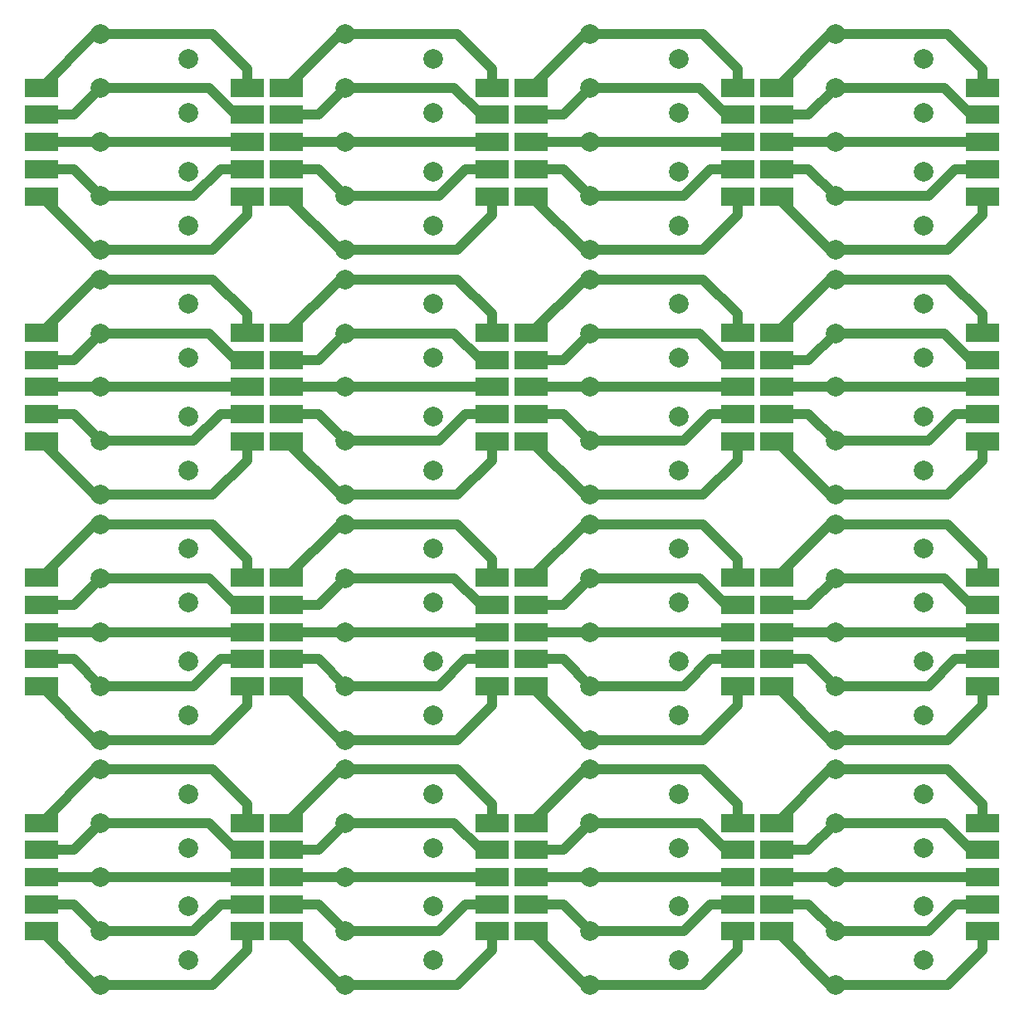
<source format=gtl>
G04 #@! TF.GenerationSoftware,KiCad,Pcbnew,(5.1.5)-3*
G04 #@! TF.CreationDate,2021-04-28T18:54:50+09:00*
G04 #@! TF.ProjectId,DSub9TestPoint.kicad_pcb(4x4),44537562-3954-4657-9374-506f696e742e,rev?*
G04 #@! TF.SameCoordinates,Original*
G04 #@! TF.FileFunction,Copper,L1,Top*
G04 #@! TF.FilePolarity,Positive*
%FSLAX46Y46*%
G04 Gerber Fmt 4.6, Leading zero omitted, Abs format (unit mm)*
G04 Created by KiCad (PCBNEW (5.1.5)-3) date 2021-04-28 18:54:50*
%MOMM*%
%LPD*%
G04 APERTURE LIST*
%ADD10C,2.000000*%
%ADD11R,3.480000X1.846667*%
%ADD12C,1.000000*%
G04 APERTURE END LIST*
D10*
X133000000Y-101500000D03*
X142000000Y-146000000D03*
X142000000Y-115500000D03*
X133000000Y-137500000D03*
X142000000Y-109500000D03*
X142000000Y-134500000D03*
X133000000Y-148500000D03*
X133000000Y-143000000D03*
X133000000Y-107000000D03*
X133000000Y-126500000D03*
X142000000Y-121000000D03*
X108000000Y-73500000D03*
D11*
X123000000Y-56960000D03*
X123000000Y-59730000D03*
X123000000Y-62500000D03*
X123000000Y-65270000D03*
X123000000Y-68040000D03*
X102000000Y-56960000D03*
X102000000Y-59730000D03*
X102000000Y-62500000D03*
X102000000Y-65270000D03*
X102000000Y-68040000D03*
D10*
X117000000Y-65500000D03*
X117000000Y-71000000D03*
X108000000Y-51500000D03*
X108000000Y-57000000D03*
X108000000Y-62500000D03*
X108000000Y-68000000D03*
X117000000Y-84500000D03*
X117000000Y-54000000D03*
X117000000Y-59500000D03*
X108000000Y-76500000D03*
X108000000Y-93000000D03*
D11*
X123000000Y-81960000D03*
X123000000Y-84730000D03*
X123000000Y-87500000D03*
X123000000Y-90270000D03*
X123000000Y-93040000D03*
X102000000Y-106960000D03*
X102000000Y-109730000D03*
X102000000Y-112500000D03*
X102000000Y-115270000D03*
X102000000Y-118040000D03*
D10*
X117000000Y-79000000D03*
D11*
X102000000Y-81960000D03*
X102000000Y-84730000D03*
X102000000Y-87500000D03*
X102000000Y-90270000D03*
X102000000Y-93040000D03*
D10*
X108000000Y-112500000D03*
X108000000Y-118000000D03*
X117000000Y-96000000D03*
X108000000Y-82000000D03*
X108000000Y-87500000D03*
X117000000Y-90500000D03*
X108000000Y-98500000D03*
X108000000Y-123500000D03*
D11*
X123000000Y-106960000D03*
X123000000Y-109730000D03*
X123000000Y-112500000D03*
X123000000Y-115270000D03*
X123000000Y-118040000D03*
X123000000Y-131960000D03*
X123000000Y-134730000D03*
X123000000Y-137500000D03*
X123000000Y-140270000D03*
X123000000Y-143040000D03*
D10*
X117000000Y-140500000D03*
X108000000Y-132000000D03*
D11*
X102000000Y-131960000D03*
X102000000Y-134730000D03*
X102000000Y-137500000D03*
X102000000Y-140270000D03*
X102000000Y-143040000D03*
D10*
X117000000Y-104000000D03*
X117000000Y-129000000D03*
X108000000Y-126500000D03*
X117000000Y-121000000D03*
X108000000Y-107000000D03*
X117000000Y-134500000D03*
X117000000Y-146000000D03*
X108000000Y-137500000D03*
X108000000Y-143000000D03*
X108000000Y-148500000D03*
X117000000Y-109500000D03*
X108000000Y-101500000D03*
X117000000Y-115500000D03*
X142000000Y-71000000D03*
X142000000Y-59500000D03*
X133000000Y-51500000D03*
D11*
X148000000Y-93040000D03*
X148000000Y-90270000D03*
X148000000Y-87500000D03*
X148000000Y-84730000D03*
X148000000Y-81960000D03*
D10*
X133000000Y-93000000D03*
X142000000Y-54000000D03*
X142000000Y-84500000D03*
D11*
X148000000Y-68040000D03*
X148000000Y-65270000D03*
X148000000Y-62500000D03*
X148000000Y-59730000D03*
X148000000Y-56960000D03*
D10*
X133000000Y-68000000D03*
X133000000Y-76500000D03*
X133000000Y-73500000D03*
D11*
X127000000Y-68040000D03*
X127000000Y-65270000D03*
X127000000Y-62500000D03*
X127000000Y-59730000D03*
X127000000Y-56960000D03*
D10*
X133000000Y-57000000D03*
X133000000Y-62500000D03*
X142000000Y-65500000D03*
X133000000Y-112500000D03*
X133000000Y-82000000D03*
D11*
X148000000Y-118040000D03*
X148000000Y-115270000D03*
X148000000Y-112500000D03*
X148000000Y-109730000D03*
X148000000Y-106960000D03*
D10*
X133000000Y-118000000D03*
X133000000Y-87500000D03*
D11*
X127000000Y-143040000D03*
X127000000Y-140270000D03*
X127000000Y-137500000D03*
X127000000Y-134730000D03*
X127000000Y-131960000D03*
D10*
X142000000Y-90500000D03*
X142000000Y-140500000D03*
X142000000Y-96000000D03*
X133000000Y-98500000D03*
X133000000Y-123500000D03*
X142000000Y-129000000D03*
D11*
X127000000Y-118040000D03*
X127000000Y-115270000D03*
X127000000Y-112500000D03*
X127000000Y-109730000D03*
X127000000Y-106960000D03*
D10*
X142000000Y-104000000D03*
X142000000Y-79000000D03*
X133000000Y-132000000D03*
D11*
X148000000Y-143040000D03*
X148000000Y-140270000D03*
X148000000Y-137500000D03*
X148000000Y-134730000D03*
X148000000Y-131960000D03*
X127000000Y-93040000D03*
X127000000Y-90270000D03*
X127000000Y-87500000D03*
X127000000Y-84730000D03*
X127000000Y-81960000D03*
D10*
X83000000Y-73500000D03*
D11*
X98000000Y-56960000D03*
X98000000Y-59730000D03*
X98000000Y-62500000D03*
X98000000Y-65270000D03*
X98000000Y-68040000D03*
X77000000Y-56960000D03*
X77000000Y-59730000D03*
X77000000Y-62500000D03*
X77000000Y-65270000D03*
X77000000Y-68040000D03*
D10*
X92000000Y-65500000D03*
X92000000Y-71000000D03*
X83000000Y-51500000D03*
X83000000Y-57000000D03*
X83000000Y-62500000D03*
X83000000Y-68000000D03*
X92000000Y-84500000D03*
X92000000Y-54000000D03*
X92000000Y-59500000D03*
X83000000Y-76500000D03*
X83000000Y-93000000D03*
D11*
X98000000Y-81960000D03*
X98000000Y-84730000D03*
X98000000Y-87500000D03*
X98000000Y-90270000D03*
X98000000Y-93040000D03*
X77000000Y-106960000D03*
X77000000Y-109730000D03*
X77000000Y-112500000D03*
X77000000Y-115270000D03*
X77000000Y-118040000D03*
D10*
X92000000Y-79000000D03*
D11*
X77000000Y-81960000D03*
X77000000Y-84730000D03*
X77000000Y-87500000D03*
X77000000Y-90270000D03*
X77000000Y-93040000D03*
D10*
X83000000Y-112500000D03*
X83000000Y-118000000D03*
X92000000Y-96000000D03*
X83000000Y-82000000D03*
X83000000Y-87500000D03*
X92000000Y-90500000D03*
X83000000Y-98500000D03*
X83000000Y-123500000D03*
D11*
X98000000Y-106960000D03*
X98000000Y-109730000D03*
X98000000Y-112500000D03*
X98000000Y-115270000D03*
X98000000Y-118040000D03*
X98000000Y-131960000D03*
X98000000Y-134730000D03*
X98000000Y-137500000D03*
X98000000Y-140270000D03*
X98000000Y-143040000D03*
D10*
X92000000Y-140500000D03*
X83000000Y-132000000D03*
D11*
X77000000Y-131960000D03*
X77000000Y-134730000D03*
X77000000Y-137500000D03*
X77000000Y-140270000D03*
X77000000Y-143040000D03*
D10*
X92000000Y-104000000D03*
X92000000Y-129000000D03*
X83000000Y-126500000D03*
X92000000Y-121000000D03*
X83000000Y-107000000D03*
X92000000Y-134500000D03*
X92000000Y-146000000D03*
X83000000Y-137500000D03*
X83000000Y-143000000D03*
X83000000Y-148500000D03*
X92000000Y-109500000D03*
X83000000Y-101500000D03*
X92000000Y-115500000D03*
D11*
X52000000Y-68040000D03*
X52000000Y-65270000D03*
X52000000Y-62500000D03*
X52000000Y-59730000D03*
X52000000Y-56960000D03*
X73000000Y-68040000D03*
X73000000Y-65270000D03*
X73000000Y-62500000D03*
X73000000Y-59730000D03*
X73000000Y-56960000D03*
D10*
X58000000Y-73500000D03*
X58000000Y-68000000D03*
X58000000Y-62500000D03*
X58000000Y-57000000D03*
X58000000Y-51500000D03*
X67000000Y-71000000D03*
X67000000Y-65500000D03*
X67000000Y-59500000D03*
X67000000Y-54000000D03*
D11*
X52000000Y-93040000D03*
X52000000Y-90270000D03*
X52000000Y-87500000D03*
X52000000Y-84730000D03*
X52000000Y-81960000D03*
X73000000Y-93040000D03*
X73000000Y-90270000D03*
X73000000Y-87500000D03*
X73000000Y-84730000D03*
X73000000Y-81960000D03*
D10*
X58000000Y-98500000D03*
X58000000Y-93000000D03*
X58000000Y-87500000D03*
X58000000Y-82000000D03*
X58000000Y-76500000D03*
X67000000Y-96000000D03*
X67000000Y-90500000D03*
X67000000Y-84500000D03*
X67000000Y-79000000D03*
D11*
X52000000Y-118040000D03*
X52000000Y-115270000D03*
X52000000Y-112500000D03*
X52000000Y-109730000D03*
X52000000Y-106960000D03*
X73000000Y-118040000D03*
X73000000Y-115270000D03*
X73000000Y-112500000D03*
X73000000Y-109730000D03*
X73000000Y-106960000D03*
D10*
X58000000Y-123500000D03*
X58000000Y-118000000D03*
X58000000Y-112500000D03*
X58000000Y-107000000D03*
X58000000Y-101500000D03*
X67000000Y-121000000D03*
X67000000Y-115500000D03*
X67000000Y-109500000D03*
X67000000Y-104000000D03*
D11*
X52000000Y-143040000D03*
X52000000Y-140270000D03*
X52000000Y-137500000D03*
X52000000Y-134730000D03*
X52000000Y-131960000D03*
X73000000Y-143040000D03*
X73000000Y-140270000D03*
X73000000Y-137500000D03*
X73000000Y-134730000D03*
X73000000Y-131960000D03*
D10*
X58000000Y-148500000D03*
X58000000Y-143000000D03*
X58000000Y-137500000D03*
X58000000Y-132000000D03*
X58000000Y-126500000D03*
X67000000Y-146000000D03*
X67000000Y-140500000D03*
X67000000Y-134500000D03*
X67000000Y-129000000D03*
D12*
X69463333Y-73500000D02*
X59414213Y-73500000D01*
X73000000Y-69963333D02*
X69463333Y-73500000D01*
X59414213Y-73500000D02*
X58000000Y-73500000D01*
X73000000Y-68040000D02*
X73000000Y-69963333D01*
X57460000Y-73500000D02*
X52000000Y-68040000D01*
X58000000Y-73500000D02*
X57460000Y-73500000D01*
X69463333Y-98500000D02*
X59414213Y-98500000D01*
X73000000Y-94963333D02*
X69463333Y-98500000D01*
X59414213Y-98500000D02*
X58000000Y-98500000D01*
X73000000Y-93040000D02*
X73000000Y-94963333D01*
X57460000Y-98500000D02*
X52000000Y-93040000D01*
X58000000Y-98500000D02*
X57460000Y-98500000D01*
X69463333Y-123500000D02*
X59414213Y-123500000D01*
X73000000Y-119963333D02*
X69463333Y-123500000D01*
X59414213Y-123500000D02*
X58000000Y-123500000D01*
X73000000Y-118040000D02*
X73000000Y-119963333D01*
X57460000Y-123500000D02*
X52000000Y-118040000D01*
X58000000Y-123500000D02*
X57460000Y-123500000D01*
X69463333Y-148500000D02*
X59414213Y-148500000D01*
X73000000Y-144963333D02*
X69463333Y-148500000D01*
X59414213Y-148500000D02*
X58000000Y-148500000D01*
X73000000Y-143040000D02*
X73000000Y-144963333D01*
X57460000Y-148500000D02*
X52000000Y-143040000D01*
X58000000Y-148500000D02*
X57460000Y-148500000D01*
X84414213Y-73500000D02*
X83000000Y-73500000D01*
X82460000Y-73500000D02*
X77000000Y-68040000D01*
X83000000Y-73500000D02*
X82460000Y-73500000D01*
X98000000Y-68040000D02*
X98000000Y-69963333D01*
X94463333Y-73500000D02*
X84414213Y-73500000D01*
X98000000Y-69963333D02*
X94463333Y-73500000D01*
X84414213Y-98500000D02*
X83000000Y-98500000D01*
X98000000Y-94963333D02*
X94463333Y-98500000D01*
X98000000Y-93040000D02*
X98000000Y-94963333D01*
X83000000Y-98500000D02*
X82460000Y-98500000D01*
X82460000Y-98500000D02*
X77000000Y-93040000D01*
X94463333Y-98500000D02*
X84414213Y-98500000D01*
X98000000Y-119963333D02*
X94463333Y-123500000D01*
X94463333Y-123500000D02*
X84414213Y-123500000D01*
X83000000Y-148500000D02*
X82460000Y-148500000D01*
X84414213Y-123500000D02*
X83000000Y-123500000D01*
X98000000Y-118040000D02*
X98000000Y-119963333D01*
X82460000Y-123500000D02*
X77000000Y-118040000D01*
X83000000Y-123500000D02*
X82460000Y-123500000D01*
X98000000Y-143040000D02*
X98000000Y-144963333D01*
X94463333Y-148500000D02*
X84414213Y-148500000D01*
X84414213Y-148500000D02*
X83000000Y-148500000D01*
X82460000Y-148500000D02*
X77000000Y-143040000D01*
X98000000Y-144963333D02*
X94463333Y-148500000D01*
X109414213Y-73500000D02*
X108000000Y-73500000D01*
X107460000Y-73500000D02*
X102000000Y-68040000D01*
X108000000Y-73500000D02*
X107460000Y-73500000D01*
X123000000Y-68040000D02*
X123000000Y-69963333D01*
X119463333Y-73500000D02*
X109414213Y-73500000D01*
X123000000Y-69963333D02*
X119463333Y-73500000D01*
X109414213Y-98500000D02*
X108000000Y-98500000D01*
X123000000Y-94963333D02*
X119463333Y-98500000D01*
X123000000Y-93040000D02*
X123000000Y-94963333D01*
X108000000Y-98500000D02*
X107460000Y-98500000D01*
X107460000Y-98500000D02*
X102000000Y-93040000D01*
X119463333Y-98500000D02*
X109414213Y-98500000D01*
X123000000Y-119963333D02*
X119463333Y-123500000D01*
X119463333Y-123500000D02*
X109414213Y-123500000D01*
X108000000Y-148500000D02*
X107460000Y-148500000D01*
X109414213Y-123500000D02*
X108000000Y-123500000D01*
X123000000Y-118040000D02*
X123000000Y-119963333D01*
X107460000Y-123500000D02*
X102000000Y-118040000D01*
X108000000Y-123500000D02*
X107460000Y-123500000D01*
X123000000Y-143040000D02*
X123000000Y-144963333D01*
X119463333Y-148500000D02*
X109414213Y-148500000D01*
X109414213Y-148500000D02*
X108000000Y-148500000D01*
X107460000Y-148500000D02*
X102000000Y-143040000D01*
X123000000Y-144963333D02*
X119463333Y-148500000D01*
X133000000Y-73500000D02*
X132460000Y-73500000D01*
X134414213Y-73500000D02*
X133000000Y-73500000D01*
X132460000Y-73500000D02*
X127000000Y-68040000D01*
X148000000Y-143040000D02*
X148000000Y-144963333D01*
X133000000Y-148500000D02*
X132460000Y-148500000D01*
X148000000Y-118040000D02*
X148000000Y-119963333D01*
X133000000Y-123500000D02*
X132460000Y-123500000D01*
X132460000Y-123500000D02*
X127000000Y-118040000D01*
X134414213Y-123500000D02*
X133000000Y-123500000D01*
X148000000Y-119963333D02*
X144463333Y-123500000D01*
X144463333Y-123500000D02*
X134414213Y-123500000D01*
X148000000Y-144963333D02*
X144463333Y-148500000D01*
X134414213Y-148500000D02*
X133000000Y-148500000D01*
X132460000Y-148500000D02*
X127000000Y-143040000D01*
X144463333Y-148500000D02*
X134414213Y-148500000D01*
X144463333Y-73500000D02*
X134414213Y-73500000D01*
X148000000Y-94963333D02*
X144463333Y-98500000D01*
X148000000Y-93040000D02*
X148000000Y-94963333D01*
X133000000Y-98500000D02*
X132460000Y-98500000D01*
X144463333Y-98500000D02*
X134414213Y-98500000D01*
X148000000Y-68040000D02*
X148000000Y-69963333D01*
X132460000Y-98500000D02*
X127000000Y-93040000D01*
X148000000Y-69963333D02*
X144463333Y-73500000D01*
X134414213Y-98500000D02*
X133000000Y-98500000D01*
X59414213Y-68000000D02*
X58000000Y-68000000D01*
X67530000Y-68000000D02*
X59414213Y-68000000D01*
X70260000Y-65270000D02*
X67530000Y-68000000D01*
X73000000Y-65270000D02*
X70260000Y-65270000D01*
X55270000Y-65270000D02*
X58000000Y-68000000D01*
X52000000Y-65270000D02*
X55270000Y-65270000D01*
X59414213Y-93000000D02*
X58000000Y-93000000D01*
X67530000Y-93000000D02*
X59414213Y-93000000D01*
X70260000Y-90270000D02*
X67530000Y-93000000D01*
X73000000Y-90270000D02*
X70260000Y-90270000D01*
X55270000Y-90270000D02*
X58000000Y-93000000D01*
X52000000Y-90270000D02*
X55270000Y-90270000D01*
X59414213Y-118000000D02*
X58000000Y-118000000D01*
X67530000Y-118000000D02*
X59414213Y-118000000D01*
X70260000Y-115270000D02*
X67530000Y-118000000D01*
X73000000Y-115270000D02*
X70260000Y-115270000D01*
X55270000Y-115270000D02*
X58000000Y-118000000D01*
X52000000Y-115270000D02*
X55270000Y-115270000D01*
X59414213Y-143000000D02*
X58000000Y-143000000D01*
X67530000Y-143000000D02*
X59414213Y-143000000D01*
X70260000Y-140270000D02*
X67530000Y-143000000D01*
X73000000Y-140270000D02*
X70260000Y-140270000D01*
X55270000Y-140270000D02*
X58000000Y-143000000D01*
X52000000Y-140270000D02*
X55270000Y-140270000D01*
X77000000Y-65270000D02*
X80270000Y-65270000D01*
X84414213Y-68000000D02*
X83000000Y-68000000D01*
X95260000Y-65270000D02*
X92530000Y-68000000D01*
X92530000Y-68000000D02*
X84414213Y-68000000D01*
X80270000Y-65270000D02*
X83000000Y-68000000D01*
X98000000Y-65270000D02*
X95260000Y-65270000D01*
X77000000Y-90270000D02*
X80270000Y-90270000D01*
X84414213Y-93000000D02*
X83000000Y-93000000D01*
X95260000Y-90270000D02*
X92530000Y-93000000D01*
X98000000Y-90270000D02*
X95260000Y-90270000D01*
X92530000Y-93000000D02*
X84414213Y-93000000D01*
X80270000Y-90270000D02*
X83000000Y-93000000D01*
X80270000Y-115270000D02*
X83000000Y-118000000D01*
X95260000Y-115270000D02*
X92530000Y-118000000D01*
X84414213Y-118000000D02*
X83000000Y-118000000D01*
X98000000Y-115270000D02*
X95260000Y-115270000D01*
X92530000Y-118000000D02*
X84414213Y-118000000D01*
X92530000Y-143000000D02*
X84414213Y-143000000D01*
X95260000Y-140270000D02*
X92530000Y-143000000D01*
X98000000Y-140270000D02*
X95260000Y-140270000D01*
X80270000Y-140270000D02*
X83000000Y-143000000D01*
X84414213Y-143000000D02*
X83000000Y-143000000D01*
X77000000Y-140270000D02*
X80270000Y-140270000D01*
X77000000Y-115270000D02*
X80270000Y-115270000D01*
X102000000Y-65270000D02*
X105270000Y-65270000D01*
X109414213Y-68000000D02*
X108000000Y-68000000D01*
X120260000Y-65270000D02*
X117530000Y-68000000D01*
X117530000Y-68000000D02*
X109414213Y-68000000D01*
X105270000Y-65270000D02*
X108000000Y-68000000D01*
X123000000Y-65270000D02*
X120260000Y-65270000D01*
X102000000Y-90270000D02*
X105270000Y-90270000D01*
X109414213Y-93000000D02*
X108000000Y-93000000D01*
X120260000Y-90270000D02*
X117530000Y-93000000D01*
X123000000Y-90270000D02*
X120260000Y-90270000D01*
X117530000Y-93000000D02*
X109414213Y-93000000D01*
X105270000Y-90270000D02*
X108000000Y-93000000D01*
X105270000Y-115270000D02*
X108000000Y-118000000D01*
X120260000Y-115270000D02*
X117530000Y-118000000D01*
X109414213Y-118000000D02*
X108000000Y-118000000D01*
X123000000Y-115270000D02*
X120260000Y-115270000D01*
X117530000Y-118000000D02*
X109414213Y-118000000D01*
X117530000Y-143000000D02*
X109414213Y-143000000D01*
X120260000Y-140270000D02*
X117530000Y-143000000D01*
X123000000Y-140270000D02*
X120260000Y-140270000D01*
X105270000Y-140270000D02*
X108000000Y-143000000D01*
X109414213Y-143000000D02*
X108000000Y-143000000D01*
X102000000Y-140270000D02*
X105270000Y-140270000D01*
X102000000Y-115270000D02*
X105270000Y-115270000D01*
X134414213Y-68000000D02*
X133000000Y-68000000D01*
X130270000Y-65270000D02*
X133000000Y-68000000D01*
X145260000Y-65270000D02*
X142530000Y-68000000D01*
X142530000Y-68000000D02*
X134414213Y-68000000D01*
X127000000Y-65270000D02*
X130270000Y-65270000D01*
X134414213Y-118000000D02*
X133000000Y-118000000D01*
X142530000Y-118000000D02*
X134414213Y-118000000D01*
X145260000Y-140270000D02*
X142530000Y-143000000D01*
X148000000Y-115270000D02*
X145260000Y-115270000D01*
X130270000Y-140270000D02*
X133000000Y-143000000D01*
X142530000Y-143000000D02*
X134414213Y-143000000D01*
X134414213Y-143000000D02*
X133000000Y-143000000D01*
X127000000Y-115270000D02*
X130270000Y-115270000D01*
X148000000Y-140270000D02*
X145260000Y-140270000D01*
X145260000Y-115270000D02*
X142530000Y-118000000D01*
X127000000Y-140270000D02*
X130270000Y-140270000D01*
X148000000Y-90270000D02*
X145260000Y-90270000D01*
X142530000Y-93000000D02*
X134414213Y-93000000D01*
X130270000Y-90270000D02*
X133000000Y-93000000D01*
X127000000Y-90270000D02*
X130270000Y-90270000D01*
X134414213Y-93000000D02*
X133000000Y-93000000D01*
X145260000Y-90270000D02*
X142530000Y-93000000D01*
X130270000Y-115270000D02*
X133000000Y-118000000D01*
X148000000Y-65270000D02*
X145260000Y-65270000D01*
X73000000Y-62500000D02*
X58000000Y-62500000D01*
X52000000Y-62500000D02*
X58000000Y-62500000D01*
X73000000Y-87500000D02*
X58000000Y-87500000D01*
X52000000Y-87500000D02*
X58000000Y-87500000D01*
X73000000Y-112500000D02*
X58000000Y-112500000D01*
X52000000Y-112500000D02*
X58000000Y-112500000D01*
X73000000Y-137500000D02*
X58000000Y-137500000D01*
X52000000Y-137500000D02*
X58000000Y-137500000D01*
X98000000Y-62500000D02*
X83000000Y-62500000D01*
X77000000Y-62500000D02*
X83000000Y-62500000D01*
X98000000Y-87500000D02*
X83000000Y-87500000D01*
X77000000Y-87500000D02*
X83000000Y-87500000D01*
X98000000Y-137500000D02*
X83000000Y-137500000D01*
X77000000Y-137500000D02*
X83000000Y-137500000D01*
X77000000Y-112500000D02*
X83000000Y-112500000D01*
X98000000Y-112500000D02*
X83000000Y-112500000D01*
X123000000Y-62500000D02*
X108000000Y-62500000D01*
X102000000Y-62500000D02*
X108000000Y-62500000D01*
X123000000Y-87500000D02*
X108000000Y-87500000D01*
X102000000Y-87500000D02*
X108000000Y-87500000D01*
X123000000Y-137500000D02*
X108000000Y-137500000D01*
X102000000Y-137500000D02*
X108000000Y-137500000D01*
X102000000Y-112500000D02*
X108000000Y-112500000D01*
X123000000Y-112500000D02*
X108000000Y-112500000D01*
X148000000Y-62500000D02*
X133000000Y-62500000D01*
X127000000Y-62500000D02*
X133000000Y-62500000D01*
X127000000Y-137500000D02*
X133000000Y-137500000D01*
X148000000Y-137500000D02*
X133000000Y-137500000D01*
X127000000Y-87500000D02*
X133000000Y-87500000D01*
X148000000Y-112500000D02*
X133000000Y-112500000D01*
X127000000Y-112500000D02*
X133000000Y-112500000D01*
X148000000Y-87500000D02*
X133000000Y-87500000D01*
X59414213Y-57000000D02*
X58000000Y-57000000D01*
X69116664Y-57000000D02*
X59414213Y-57000000D01*
X71846664Y-59730000D02*
X69116664Y-57000000D01*
X73000000Y-59730000D02*
X71846664Y-59730000D01*
X55270000Y-59730000D02*
X52000000Y-59730000D01*
X58000000Y-57000000D02*
X55270000Y-59730000D01*
X59414213Y-82000000D02*
X58000000Y-82000000D01*
X69116664Y-82000000D02*
X59414213Y-82000000D01*
X71846664Y-84730000D02*
X69116664Y-82000000D01*
X73000000Y-84730000D02*
X71846664Y-84730000D01*
X55270000Y-84730000D02*
X52000000Y-84730000D01*
X58000000Y-82000000D02*
X55270000Y-84730000D01*
X59414213Y-107000000D02*
X58000000Y-107000000D01*
X69116664Y-107000000D02*
X59414213Y-107000000D01*
X71846664Y-109730000D02*
X69116664Y-107000000D01*
X73000000Y-109730000D02*
X71846664Y-109730000D01*
X55270000Y-109730000D02*
X52000000Y-109730000D01*
X58000000Y-107000000D02*
X55270000Y-109730000D01*
X59414213Y-132000000D02*
X58000000Y-132000000D01*
X69116664Y-132000000D02*
X59414213Y-132000000D01*
X71846664Y-134730000D02*
X69116664Y-132000000D01*
X73000000Y-134730000D02*
X71846664Y-134730000D01*
X55270000Y-134730000D02*
X52000000Y-134730000D01*
X58000000Y-132000000D02*
X55270000Y-134730000D01*
X94116664Y-57000000D02*
X84414213Y-57000000D01*
X96846664Y-59730000D02*
X94116664Y-57000000D01*
X80270000Y-59730000D02*
X77000000Y-59730000D01*
X83000000Y-57000000D02*
X80270000Y-59730000D01*
X84414213Y-57000000D02*
X83000000Y-57000000D01*
X98000000Y-59730000D02*
X96846664Y-59730000D01*
X80270000Y-84730000D02*
X77000000Y-84730000D01*
X83000000Y-82000000D02*
X80270000Y-84730000D01*
X96846664Y-84730000D02*
X94116664Y-82000000D01*
X84414213Y-82000000D02*
X83000000Y-82000000D01*
X98000000Y-84730000D02*
X96846664Y-84730000D01*
X94116664Y-82000000D02*
X84414213Y-82000000D01*
X96846664Y-134730000D02*
X94116664Y-132000000D01*
X94116664Y-132000000D02*
X84414213Y-132000000D01*
X98000000Y-134730000D02*
X96846664Y-134730000D01*
X80270000Y-134730000D02*
X77000000Y-134730000D01*
X84414213Y-132000000D02*
X83000000Y-132000000D01*
X84414213Y-107000000D02*
X83000000Y-107000000D01*
X96846664Y-109730000D02*
X94116664Y-107000000D01*
X80270000Y-109730000D02*
X77000000Y-109730000D01*
X83000000Y-107000000D02*
X80270000Y-109730000D01*
X94116664Y-107000000D02*
X84414213Y-107000000D01*
X98000000Y-109730000D02*
X96846664Y-109730000D01*
X83000000Y-132000000D02*
X80270000Y-134730000D01*
X119116664Y-57000000D02*
X109414213Y-57000000D01*
X121846664Y-59730000D02*
X119116664Y-57000000D01*
X105270000Y-59730000D02*
X102000000Y-59730000D01*
X108000000Y-57000000D02*
X105270000Y-59730000D01*
X109414213Y-57000000D02*
X108000000Y-57000000D01*
X123000000Y-59730000D02*
X121846664Y-59730000D01*
X105270000Y-84730000D02*
X102000000Y-84730000D01*
X108000000Y-82000000D02*
X105270000Y-84730000D01*
X121846664Y-84730000D02*
X119116664Y-82000000D01*
X109414213Y-82000000D02*
X108000000Y-82000000D01*
X123000000Y-84730000D02*
X121846664Y-84730000D01*
X119116664Y-82000000D02*
X109414213Y-82000000D01*
X121846664Y-134730000D02*
X119116664Y-132000000D01*
X119116664Y-132000000D02*
X109414213Y-132000000D01*
X123000000Y-134730000D02*
X121846664Y-134730000D01*
X105270000Y-134730000D02*
X102000000Y-134730000D01*
X109414213Y-132000000D02*
X108000000Y-132000000D01*
X109414213Y-107000000D02*
X108000000Y-107000000D01*
X121846664Y-109730000D02*
X119116664Y-107000000D01*
X105270000Y-109730000D02*
X102000000Y-109730000D01*
X108000000Y-107000000D02*
X105270000Y-109730000D01*
X119116664Y-107000000D02*
X109414213Y-107000000D01*
X123000000Y-109730000D02*
X121846664Y-109730000D01*
X108000000Y-132000000D02*
X105270000Y-134730000D01*
X130270000Y-59730000D02*
X127000000Y-59730000D01*
X144116664Y-57000000D02*
X134414213Y-57000000D01*
X133000000Y-57000000D02*
X130270000Y-59730000D01*
X146846664Y-59730000D02*
X144116664Y-57000000D01*
X130270000Y-134730000D02*
X127000000Y-134730000D01*
X134414213Y-132000000D02*
X133000000Y-132000000D01*
X146846664Y-109730000D02*
X144116664Y-107000000D01*
X130270000Y-109730000D02*
X127000000Y-109730000D01*
X134414213Y-107000000D02*
X133000000Y-107000000D01*
X144116664Y-132000000D02*
X134414213Y-132000000D01*
X144116664Y-107000000D02*
X134414213Y-107000000D01*
X146846664Y-134730000D02*
X144116664Y-132000000D01*
X148000000Y-109730000D02*
X146846664Y-109730000D01*
X133000000Y-107000000D02*
X130270000Y-109730000D01*
X148000000Y-134730000D02*
X146846664Y-134730000D01*
X133000000Y-132000000D02*
X130270000Y-134730000D01*
X134414213Y-57000000D02*
X133000000Y-57000000D01*
X148000000Y-84730000D02*
X146846664Y-84730000D01*
X144116664Y-82000000D02*
X134414213Y-82000000D01*
X146846664Y-84730000D02*
X144116664Y-82000000D01*
X148000000Y-59730000D02*
X146846664Y-59730000D01*
X134414213Y-82000000D02*
X133000000Y-82000000D01*
X130270000Y-84730000D02*
X127000000Y-84730000D01*
X133000000Y-82000000D02*
X130270000Y-84730000D01*
X59414213Y-51500000D02*
X58000000Y-51500000D01*
X69463333Y-51500000D02*
X59414213Y-51500000D01*
X73000000Y-55036667D02*
X69463333Y-51500000D01*
X73000000Y-56960000D02*
X73000000Y-55036667D01*
X57460000Y-51500000D02*
X52000000Y-56960000D01*
X58000000Y-51500000D02*
X57460000Y-51500000D01*
X59414213Y-76500000D02*
X58000000Y-76500000D01*
X69463333Y-76500000D02*
X59414213Y-76500000D01*
X73000000Y-80036667D02*
X69463333Y-76500000D01*
X73000000Y-81960000D02*
X73000000Y-80036667D01*
X57460000Y-76500000D02*
X52000000Y-81960000D01*
X58000000Y-76500000D02*
X57460000Y-76500000D01*
X59414213Y-101500000D02*
X58000000Y-101500000D01*
X69463333Y-101500000D02*
X59414213Y-101500000D01*
X73000000Y-105036667D02*
X69463333Y-101500000D01*
X73000000Y-106960000D02*
X73000000Y-105036667D01*
X57460000Y-101500000D02*
X52000000Y-106960000D01*
X58000000Y-101500000D02*
X57460000Y-101500000D01*
X59414213Y-126500000D02*
X58000000Y-126500000D01*
X69463333Y-126500000D02*
X59414213Y-126500000D01*
X73000000Y-130036667D02*
X69463333Y-126500000D01*
X73000000Y-131960000D02*
X73000000Y-130036667D01*
X57460000Y-126500000D02*
X52000000Y-131960000D01*
X58000000Y-126500000D02*
X57460000Y-126500000D01*
X94463333Y-51500000D02*
X84414213Y-51500000D01*
X82460000Y-51500000D02*
X77000000Y-56960000D01*
X98000000Y-55036667D02*
X94463333Y-51500000D01*
X83000000Y-51500000D02*
X82460000Y-51500000D01*
X84414213Y-51500000D02*
X83000000Y-51500000D01*
X98000000Y-56960000D02*
X98000000Y-55036667D01*
X83000000Y-76500000D02*
X82460000Y-76500000D01*
X84414213Y-76500000D02*
X83000000Y-76500000D01*
X94463333Y-76500000D02*
X84414213Y-76500000D01*
X82460000Y-76500000D02*
X77000000Y-81960000D01*
X98000000Y-81960000D02*
X98000000Y-80036667D01*
X98000000Y-80036667D02*
X94463333Y-76500000D01*
X82460000Y-101500000D02*
X77000000Y-106960000D01*
X98000000Y-106960000D02*
X98000000Y-105036667D01*
X94463333Y-101500000D02*
X84414213Y-101500000D01*
X98000000Y-105036667D02*
X94463333Y-101500000D01*
X83000000Y-101500000D02*
X82460000Y-101500000D01*
X84414213Y-101500000D02*
X83000000Y-101500000D01*
X98000000Y-130036667D02*
X94463333Y-126500000D01*
X83000000Y-126500000D02*
X82460000Y-126500000D01*
X82460000Y-126500000D02*
X77000000Y-131960000D01*
X84414213Y-126500000D02*
X83000000Y-126500000D01*
X94463333Y-126500000D02*
X84414213Y-126500000D01*
X98000000Y-131960000D02*
X98000000Y-130036667D01*
X119463333Y-51500000D02*
X109414213Y-51500000D01*
X107460000Y-51500000D02*
X102000000Y-56960000D01*
X123000000Y-55036667D02*
X119463333Y-51500000D01*
X108000000Y-51500000D02*
X107460000Y-51500000D01*
X109414213Y-51500000D02*
X108000000Y-51500000D01*
X123000000Y-56960000D02*
X123000000Y-55036667D01*
X108000000Y-76500000D02*
X107460000Y-76500000D01*
X109414213Y-76500000D02*
X108000000Y-76500000D01*
X119463333Y-76500000D02*
X109414213Y-76500000D01*
X107460000Y-76500000D02*
X102000000Y-81960000D01*
X123000000Y-81960000D02*
X123000000Y-80036667D01*
X123000000Y-80036667D02*
X119463333Y-76500000D01*
X107460000Y-101500000D02*
X102000000Y-106960000D01*
X123000000Y-106960000D02*
X123000000Y-105036667D01*
X119463333Y-101500000D02*
X109414213Y-101500000D01*
X123000000Y-105036667D02*
X119463333Y-101500000D01*
X108000000Y-101500000D02*
X107460000Y-101500000D01*
X109414213Y-101500000D02*
X108000000Y-101500000D01*
X123000000Y-130036667D02*
X119463333Y-126500000D01*
X108000000Y-126500000D02*
X107460000Y-126500000D01*
X107460000Y-126500000D02*
X102000000Y-131960000D01*
X109414213Y-126500000D02*
X108000000Y-126500000D01*
X119463333Y-126500000D02*
X109414213Y-126500000D01*
X123000000Y-131960000D02*
X123000000Y-130036667D01*
X144463333Y-51500000D02*
X134414213Y-51500000D01*
X148000000Y-55036667D02*
X144463333Y-51500000D01*
X132460000Y-51500000D02*
X127000000Y-56960000D01*
X133000000Y-51500000D02*
X132460000Y-51500000D01*
X148000000Y-105036667D02*
X144463333Y-101500000D01*
X132460000Y-101500000D02*
X127000000Y-106960000D01*
X148000000Y-106960000D02*
X148000000Y-105036667D01*
X144463333Y-101500000D02*
X134414213Y-101500000D01*
X133000000Y-101500000D02*
X132460000Y-101500000D01*
X134414213Y-101500000D02*
X133000000Y-101500000D01*
X144463333Y-126500000D02*
X134414213Y-126500000D01*
X148000000Y-130036667D02*
X144463333Y-126500000D01*
X134414213Y-126500000D02*
X133000000Y-126500000D01*
X148000000Y-131960000D02*
X148000000Y-130036667D01*
X133000000Y-126500000D02*
X132460000Y-126500000D01*
X132460000Y-126500000D02*
X127000000Y-131960000D01*
X148000000Y-81960000D02*
X148000000Y-80036667D01*
X134414213Y-76500000D02*
X133000000Y-76500000D01*
X144463333Y-76500000D02*
X134414213Y-76500000D01*
X134414213Y-51500000D02*
X133000000Y-51500000D01*
X148000000Y-56960000D02*
X148000000Y-55036667D01*
X148000000Y-80036667D02*
X144463333Y-76500000D01*
X132460000Y-76500000D02*
X127000000Y-81960000D01*
X133000000Y-76500000D02*
X132460000Y-76500000D01*
M02*

</source>
